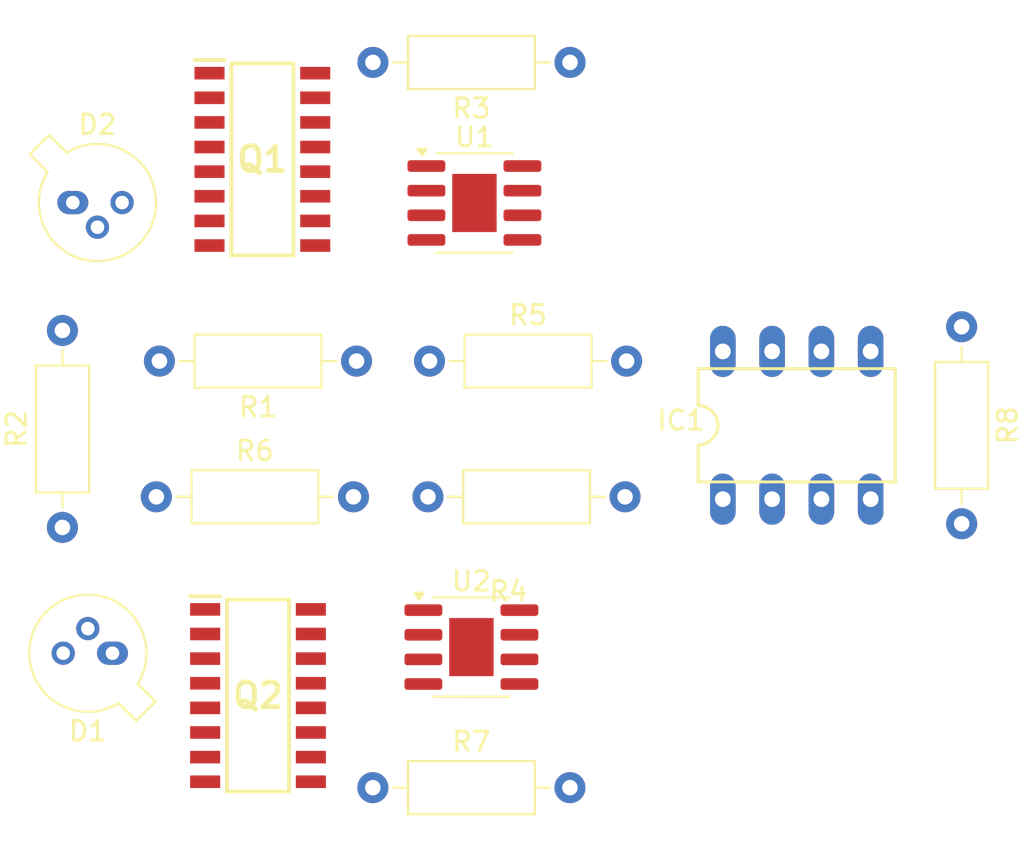
<source format=kicad_pcb>
(kicad_pcb (version 20240108) (generator "pcbnew") (generator_version "8.0")
  (layers (0 "F.Cu" signal) (31 "B.Cu" signal) (34 "B.Paste" user) (35 "F.Paste" user) (36 "B.SilkS" user "B.Silkscreen") (37 "F.SilkS" user "F.Silkscreen") (38 "B.Mask" user) (39 "F.Mask" user) (44 "Edge.Cuts" user))
  (net 0 "")
  (net 1 "+5V")
  (net 2 "Net-(D1-K)")
  (net 3 "GND")
  (net 4 "Net-(D2-K)")
  (net 5 "Net-(IC1-Pad2)")
  (net 6 "-5V")
  (net 9 "V_out")
  (net 10 "Net-(IC1-Pad3)")
  (net 11 "Net-(Q1-BASE_#2)")
  (net 12 "Net-(Q1-BASE_#1)")
  (net 13 "Net-(Q1-COLLECTOR_#3_1)")
  (net 14 "Net-(Q1-COLLECTOR_#4_1)")
  (net 15 "Net-(Q2-BASE_#1)")
  (net 16 "Net-(Q2-BASE_#2)")
  (net 17 "Net-(Q2-COLLECTOR_#4_1)")
  (net 18 "Net-(Q2-COLLECTOR_#3_1)")
  (net 19 "Net-(R3-Pad1)")
  (net 20 "Net-(U1--)")
  (net 21 "Net-(R4-Pad1)")
  (net 22 "Net-(U2--)")
  (footprint "Resistor_THT:R_Axial_DIN0207_L6.3mm_D2.5mm_P10.16mm_Horizontal" (layer "F.Cu") (at 164.93 75.23 -90)
    (property "Reference" "R8" (at 5.08 -2.37 90) (layer "F.SilkS"))
    (property "Value" "20k")
    (fp_line (start 1.81 1.37) (end 8.35 1.37) (stroke (width 0.12)) (layer "F.SilkS"))
    (fp_line (start 8.35 1.37) (end 8.35 -1.37) (stroke (width 0.12)) (layer "F.SilkS"))
    (fp_line (start 1.04 0) (end 1.81 0) (stroke (width 0.12)) (layer "F.SilkS"))
    (fp_line (start 9.12 0) (end 8.35 0) (stroke (width 0.12)) (layer "F.SilkS"))
    (fp_line (start 1.81 -1.37) (end 1.81 1.37) (stroke (width 0.12)) (layer "F.SilkS"))
    (fp_line (start 8.35 -1.37) (end 1.81 -1.37) (stroke (width 0.12)) (layer "F.SilkS"))
    (pad "1" thru_hole circle (at 0 0 270) (size 1.6 1.6) (drill 0.8) (layers "*.Cu" "*.Mask") (net 9 "V_out"))
    (pad "2" thru_hole oval (at 10.16 0 270) (size 1.6 1.6) (drill 0.8) (layers "*.Cu" "*.Mask") (net 5 "Net-(IC1-Pad2)"))
  )
  (footprint "Resistor_THT:R_Axial_DIN0207_L6.3mm_D2.5mm_P10.16mm_Horizontal" (layer "F.Cu") (at 144.745 61.595 180)
    (property "Reference" "R3" (at 5.08 -2.37 0) (layer "F.SilkS"))
    (property "Value" "20k")
    (fp_line (start 9.12 0) (end 8.35 0) (stroke (width 0.12)) (layer "F.SilkS"))
    (fp_line (start 8.35 1.37) (end 8.35 -1.37) (stroke (width 0.12)) (layer "F.SilkS"))
    (fp_line (start 8.35 -1.37) (end 1.81 -1.37) (stroke (width 0.12)) (layer "F.SilkS"))
    (fp_line (start 1.81 1.37) (end 8.35 1.37) (stroke (width 0.12)) (layer "F.SilkS"))
    (fp_line (start 1.81 -1.37) (end 1.81 1.37) (stroke (width 0.12)) (layer "F.SilkS"))
    (fp_line (start 1.04 0) (end 1.81 0) (stroke (width 0.12)) (layer "F.SilkS"))
    (pad "1" thru_hole circle (at 0 0 180) (size 1.6 1.6) (drill 0.8) (layers "*.Cu" "*.Mask") (net 19 "Net-(R3-Pad1)"))
    (pad "2" thru_hole oval (at 10.16 0 180) (size 1.6 1.6) (drill 0.8) (layers "*.Cu" "*.Mask") (net 20 "Net-(U1--)"))
  )
  (footprint "Resistor_THT:R_Axial_DIN0207_L6.3mm_D2.5mm_P10.16mm_Horizontal" (layer "F.Cu") (at 134.58 99)
    (property "Reference" "R7" (at 5.08 -2.37 0) (layer "F.SilkS"))
    (property "Value" "20k")
    (fp_line (start 1.04 0) (end 1.81 0) (stroke (width 0.12)) (layer "F.SilkS"))
    (fp_line (start 1.81 -1.37) (end 1.81 1.37) (stroke (width 0.12)) (layer "F.SilkS"))
    (fp_line (start 1.81 1.37) (end 8.35 1.37) (stroke (width 0.12)) (layer "F.SilkS"))
    (fp_line (start 8.35 -1.37) (end 1.81 -1.37) (stroke (width 0.12)) (layer "F.SilkS"))
    (fp_line (start 8.35 1.37) (end 8.35 -1.37) (stroke (width 0.12)) (layer "F.SilkS"))
    (fp_line (start 9.12 0) (end 8.35 0) (stroke (width 0.12)) (layer "F.SilkS"))
    (pad "1" thru_hole circle (at 0 0) (size 1.6 1.6) (drill 0.8) (layers "*.Cu" "*.Mask") (net 21 "Net-(R4-Pad1)"))
    (pad "2" thru_hole oval (at 10.16 0) (size 1.6 1.6) (drill 0.8) (layers "*.Cu" "*.Mask") (net 5 "Net-(IC1-Pad2)"))
  )
  (footprint "Package_SO:SOIC-8-1EP_3.9x4.9mm_P1.27mm_EP2.29x3mm" (layer "F.Cu") (at 139.815 68.845)
    (property "Reference" "U1" (at 0 -3.4 0) (layer "F.SilkS"))
    (property "Value" "ADA4898-1YRDZ")
    (fp_line (start 0 -2.56) (end -1.95 -2.56) (stroke (width 0.12)) (layer "F.SilkS"))
    (fp_line (start 0 -2.56) (end 1.95 -2.56) (stroke (width 0.12)) (layer "F.SilkS"))
    (fp_line (start 0 2.56) (end -1.95 2.56) (stroke (width 0.12)) (layer "F.SilkS"))
    (fp_line (start 0 2.56) (end 1.95 2.56) (stroke (width 0.12)) (layer "F.SilkS"))
    (fp_poly (pts (xy -2.7 -2.465) (xy -2.94 -2.795) (xy -2.46 -2.795) (xy -2.7 -2.465)) (stroke (width 0.12)) (fill solid) (layer "F.SilkS"))
    (pad "1" smd roundrect (at -2.475 -1.905) (size 1.95 0.6) (layers "F.Cu" "F.Paste" "F.Mask"))
    (pad "2" smd roundrect (at -2.475 -0.635) (size 1.95 0.6) (layers "F.Cu" "F.Paste" "F.Mask") (net 20 "Net-(U1--)"))
    (pad "3" smd roundrect (at -2.475 0.635) (size 1.95 0.6) (layers "F.Cu" "F.Paste" "F.Mask") (net 13 "Net-(Q1-COLLECTOR_#3_1)"))
    (pad "4" smd roundrect (at -2.475 1.905) (size 1.95 0.6) (layers "F.Cu" "F.Paste" "F.Mask") (net 6 "-5V"))
    (pad "5" smd roundrect (at 2.475 1.905) (size 1.95 0.6) (layers "F.Cu" "F.Paste" "F.Mask"))
    (pad "6" smd roundrect (at 2.475 0.635) (size 1.95 0.6) (layers "F.Cu" "F.Paste" "F.Mask") (net 19 "Net-(R3-Pad1)"))
    (pad "7" smd roundrect (at 2.475 -0.635) (size 1.95 0.6) (layers "F.Cu" "F.Paste" "F.Mask") (net 1 "+5V"))
    (pad "8" smd roundrect (at 2.475 -1.905) (size 1.95 0.6) (layers "F.Cu" "F.Paste" "F.Mask"))
    (pad "9" smd rect (at 0 0) (size 2.29 3) (property pad_prop_heatsink) (layers "F.Cu" "F.Mask"))
  )
  (footprint "Resistor_THT:R_Axial_DIN0207_L6.3mm_D2.5mm_P10.16mm_Horizontal" (layer "F.Cu") (at 118.58 85.58 90)
    (property "Reference" "R2" (at 5.08 -2.37 90) (layer "F.SilkS"))
    (property "Value" "20k")
    (fp_line (start 8.35 -1.37) (end 1.81 -1.37) (stroke (width 0.12)) (layer "F.SilkS"))
    (fp_line (start 1.81 -1.37) (end 1.81 1.37) (stroke (width 0.12)) (layer "F.SilkS"))
    (fp_line (start 9.12 0) (end 8.35 0) (stroke (width 0.12)) (layer "F.SilkS"))
    (fp_line (start 1.04 0) (end 1.81 0) (stroke (width 0.12)) (layer "F.SilkS"))
    (fp_line (start 8.35 1.37) (end 8.35 -1.37) (stroke (width 0.12)) (layer "F.SilkS"))
    (fp_line (start 1.81 1.37) (end 8.35 1.37) (stroke (width 0.12)) (layer "F.SilkS"))
    (pad "1" thru_hole circle (at 0 0 90) (size 1.6 1.6) (drill 0.8) (layers "*.Cu" "*.Mask") (net 17 "Net-(Q2-COLLECTOR_#4_1)"))
    (pad "2" thru_hole oval (at 10.16 0 90) (size 1.6 1.6) (drill 0.8) (layers "*.Cu" "*.Mask") (net 3 "GND"))
  )
  (footprint "Resistor_THT:R_Axial_DIN0207_L6.3mm_D2.5mm_P10.16mm_Horizontal" (layer "F.Cu") (at 137.5 77)
    (property "Reference" "R5" (at 5.08 -2.37 0) (layer "F.SilkS"))
    (property "Value" "20k")
    (fp_line (start 1.04 0) (end 1.81 0) (stroke (width 0.12)) (layer "F.SilkS"))
    (fp_line (start 1.81 -1.37) (end 1.81 1.37) (stroke (width 0.12)) (layer "F.SilkS"))
    (fp_line (start 1.81 1.37) (end 8.35 1.37) (stroke (width 0.12)) (layer "F.SilkS"))
    (fp_line (start 8.35 -1.37) (end 1.81 -1.37) (stroke (width 0.12)) (layer "F.SilkS"))
    (fp_line (start 8.35 1.37) (end 8.35 -1.37) (stroke (width 0.12)) (layer "F.SilkS"))
    (fp_line (start 9.12 0) (end 8.35 0) (stroke (width 0.12)) (layer "F.SilkS"))
    (pad "1" thru_hole circle (at 0 0) (size 1.6 1.6) (drill 0.8) (layers "*.Cu" "*.Mask") (net 10 "Net-(IC1-Pad3)"))
    (pad "2" thru_hole oval (at 10.16 0) (size 1.6 1.6) (drill 0.8) (layers "*.Cu" "*.Mask") (net 19 "Net-(R3-Pad1)"))
  )
  (footprint "Package_TO_SOT_THT:TO-18-3" (layer "F.Cu") (at 121.16 92.065276 180)
    (property "Reference" "D1" (at 1.27 -4.02 0) (layer "F.SilkS"))
    (property "Value" "S5971")
    (fp_line (start -0.312331 -2.572281) (end -1.224499 -3.484448) (stroke (width 0.12)) (layer "F.SilkS"))
    (fp_line (start -1.224499 -3.484448) (end -2.214448 -2.494499) (stroke (width 0.12)) (layer "F.SilkS"))
    (fp_line (start -2.214448 -2.494499) (end -1.302281 -1.582331) (stroke (width 0.12)) (layer "F.SilkS"))
    (fp_arc (start -0.312331 -2.572281) (mid 3.405463 2.135463) (end -1.302281 -1.582331) (stroke (width 0.12)) (layer "F.SilkS"))
    (pad "1" thru_hole oval (at 0 0 180) (size 1.6 1.2) (drill 0.7) (layers "*.Cu" "*.Mask") (net 2 "Net-(D1-K)"))
    (pad "2" thru_hole circle (at 1.27 1.27 180) (size 1.2 1.2) (drill 0.7) (layers "*.Cu" "*.Mask") (net 3 "GND"))
    (pad "3" thru_hole circle (at 2.54 0 180) (size 1.2 1.2) (drill 0.7) (layers "*.Cu" "*.Mask") (net 1 "+5V"))
  )
  (footprint "Senior Design:SOIC127P600X175-16N" (layer "F.Cu") (at 128.885 66.595)
    (property "Reference" "Q1" (at 0 0 0) (layer "F.SilkS") (effects (font (size 1.27 1.27) (thickness 0.254))))
    (property "Value" "MMPQ3904" (hide yes))
    (fp_line (start -3.5 -5.12) (end -1.95 -5.12) (stroke (width 0.2)) (layer "F.SilkS"))
    (fp_line (start -1.6 -4.95) (end 1.6 -4.95) (stroke (width 0.2)) (layer "F.SilkS"))
    (fp_line (start -1.6 4.95) (end -1.6 -4.95) (stroke (width 0.2)) (layer "F.SilkS"))
    (fp_line (start 1.6 -4.95) (end 1.6 4.95) (stroke (width 0.2)) (layer "F.SilkS"))
    (fp_line (start 1.6 4.95) (end -1.6 4.95) (stroke (width 0.2)) (layer "F.SilkS"))
    (pad "1" smd rect (at -2.725 -4.445 90) (size 0.65 1.55) (layers "F.Cu" "F.Paste" "F.Mask") (net 11 "Net-(Q1-BASE_#2)"))
    (pad "2" smd rect (at -2.725 -3.175 90) (size 0.65 1.55) (layers "F.Cu" "F.Paste" "F.Mask") (net 11 "Net-(Q1-BASE_#2)"))
    (pad "3" smd rect (at -2.725 -1.905 90) (size 0.65 1.55) (layers "F.Cu" "F.Paste" "F.Mask") (net 4 "Net-(D2-K)"))
    (pad "4" smd rect (at -2.725 -0.635 90) (size 0.65 1.55) (layers "F.Cu" "F.Paste" "F.Mask") (net 4 "Net-(D2-K)"))
    (pad "5" smd rect (at -2.725 0.635 90) (size 0.65 1.55) (layers "F.Cu" "F.Paste" "F.Mask") (net 13 "Net-(Q1-COLLECTOR_#3_1)"))
    (pad "6" smd rect (at -2.725 1.905 90) (size 0.65 1.55) (layers "F.Cu" "F.Paste" "F.Mask") (net 13 "Net-(Q1-COLLECTOR_#3_1)"))
    (pad "7" smd rect (at -2.725 3.175 90) (size 0.65 1.55) (layers "F.Cu" "F.Paste" "F.Mask") (net 14 "Net-(Q1-COLLECTOR_#4_1)"))
    (pad "8" smd rect (at -2.725 4.445 90) (size 0.65 1.55) (layers "F.Cu" "F.Paste" "F.Mask") (net 14 "Net-(Q1-COLLECTOR_#4_1)"))
    (pad "9" smd rect (at 2.725 4.445 90) (size 0.65 1.55) (layers "F.Cu" "F.Paste" "F.Mask") (net 12 "Net-(Q1-BASE_#1)"))
    (pad "10" smd rect (at 2.725 3.175 90) (size 0.65 1.55) (layers "F.Cu" "F.Paste" "F.Mask") (net 6 "-5V"))
    (pad "11" smd rect (at 2.725 1.905 90) (size 0.65 1.55) (layers "F.Cu" "F.Paste" "F.Mask") (net 12 "Net-(Q1-BASE_#1)"))
    (pad "12" smd rect (at 2.725 0.635 90) (size 0.65 1.55) (layers "F.Cu" "F.Paste" "F.Mask") (net 6 "-5V"))
    (pad "13" smd rect (at 2.725 -0.635 90) (size 0.65 1.55) (layers "F.Cu" "F.Paste" "F.Mask") (net 11 "Net-(Q1-BASE_#2)"))
    (pad "14" smd rect (at 2.725 -1.905 90) (size 0.65 1.55) (layers "F.Cu" "F.Paste" "F.Mask") (net 12 "Net-(Q1-BASE_#1)"))
    (pad "15" smd rect (at 2.725 -3.175 90) (size 0.65 1.55) (layers "F.Cu" "F.Paste" "F.Mask") (net 12 "Net-(Q1-BASE_#1)"))
    (pad "16" smd rect (at 2.725 -4.445 90) (size 0.65 1.55) (layers "F.Cu" "F.Paste" "F.Mask") (net 6 "-5V"))
  )
  (footprint "Senior Design:SOIC127P600X175-16N" (layer "F.Cu") (at 128.66 94.25)
    (property "Reference" "Q2" (at 0 0 0) (layer "F.SilkS") (effects (font (size 1.27 1.27) (thickness 0.254))))
    (property "Value" "MMPQ3904" (hide yes))
    (fp_line (start -3.5 -5.12) (end -1.95 -5.12) (stroke (width 0.2)) (layer "F.SilkS"))
    (fp_line (start -1.6 -4.95) (end 1.6 -4.95) (stroke (width 0.2)) (layer "F.SilkS"))
    (fp_line (start -1.6 4.95) (end -1.6 -4.95) (stroke (width 0.2)) (layer "F.SilkS"))
    (fp_line (start 1.6 -4.95) (end 1.6 4.95) (stroke (width 0.2)) (layer "F.SilkS"))
    (fp_line (start 1.6 4.95) (end -1.6 4.95) (stroke (width 0.2)) (layer "F.SilkS"))
    (pad "1" smd rect (at -2.725 -4.445 90) (size 0.65 1.55) (layers "F.Cu" "F.Paste" "F.Mask") (net 16 "Net-(Q2-BASE_#2)"))
    (pad "2" smd rect (at -2.725 -3.175 90) (size 0.65 1.55) (layers "F.Cu" "F.Paste" "F.Mask") (net 16 "Net-(Q2-BASE_#2)"))
    (pad "3" smd rect (at -2.725 -1.905 90) (size 0.65 1.55) (layers "F.Cu" "F.Paste" "F.Mask") (net 2 "Net-(D1-K)"))
    (pad "4" smd rect (at -2.725 -0.635 90) (size 0.65 1.55) (layers "F.Cu" "F.Paste" "F.Mask") (net 2 "Net-(D1-K)"))
    (pad "5" smd rect (at -2.725 0.635 90) (size 0.65 1.55) (layers "F.Cu" "F.Paste" "F.Mask") (net 18 "Net-(Q2-COLLECTOR_#3_1)"))
    (pad "6" smd rect (at -2.725 1.905 90) (size 0.65 1.55) (layers "F.Cu" "F.Paste" "F.Mask") (net 18 "Net-(Q2-COLLECTOR_#3_1)"))
    (pad "7" smd rect (at -2.725 3.175 90) (size 0.65 1.55) (layers "F.Cu" "F.Paste" "F.Mask") (net 17 "Net-(Q2-COLLECTOR_#4_1)"))
    (pad "8" smd rect (at -2.725 4.445 90) (size 0.65 1.55) (layers "F.Cu" "F.Paste" "F.Mask") (net 17 "Net-(Q2-COLLECTOR_#4_1)"))
    (pad "9" smd rect (at 2.725 4.445 90) (size 0.65 1.55) (layers "F.Cu" "F.Paste" "F.Mask") (net 15 "Net-(Q2-BASE_#1)"))
    (pad "10" smd rect (at 2.725 3.175 90) (size 0.65 1.55) (layers "F.Cu" "F.Paste" "F.Mask") (net 6 "-5V"))
    (pad "11" smd rect (at 2.725 1.905 90) (size 0.65 1.55) (layers "F.Cu" "F.Paste" "F.Mask") (net 15 "Net-(Q2-BASE_#1)"))
    (pad "12" smd rect (at 2.725 0.635 90) (size 0.65 1.55) (layers "F.Cu" "F.Paste" "F.Mask") (net 6 "-5V"))
    (pad "13" smd rect (at 2.725 -0.635 90) (size 0.65 1.55) (layers "F.Cu" "F.Paste" "F.Mask") (net 16 "Net-(Q2-BASE_#2)"))
    (pad "14" smd rect (at 2.725 -1.905 90) (size 0.65 1.55) (layers "F.Cu" "F.Paste" "F.Mask") (net 15 "Net-(Q2-BASE_#1)"))
    (pad "15" smd rect (at 2.725 -3.175 90) (size 0.65 1.55) (layers "F.Cu" "F.Paste" "F.Mask") (net 15 "Net-(Q2-BASE_#1)"))
    (pad "16" smd rect (at 2.725 -4.445 90) (size 0.65 1.55) (layers "F.Cu" "F.Paste" "F.Mask") (net 6 "-5V"))
  )
  (footprint "Senior Design:DIL08" (layer "F.Cu") (at 156.43 80.31)
    (property "Reference" "IC1" (at -5.969 -0.254 0) (layer "F.SilkS"))
    (property "Value" "OP27")
    (fp_line (start -5.08 -2.921) (end -5.08 -1.016) (stroke (width 0.1524)) (layer "F.SilkS"))
    (fp_line (start -5.08 2.921) (end -5.08 1.016) (stroke (width 0.1524)) (layer "F.SilkS"))
    (fp_line (start -5.08 2.921) (end 5.08 2.921) (stroke (width 0.1524)) (layer "F.SilkS"))
    (fp_line (start 5.08 -2.921) (end -5.08 -2.921) (stroke (width 0.1524)) (layer "F.SilkS"))
    (fp_line (start 5.08 -2.921) (end 5.08 2.921) (stroke (width 0.1524)) (layer "F.SilkS"))
    (fp_arc (start -5.08 -1.016) (mid -4.064 0) (end -5.08 1.016) (stroke (width 0.1524)) (layer "F.SilkS"))
    (pad "1" thru_hole oval (at -3.81 3.81) (size 1.3208 2.6416) (drill 0.8128) (layers "*.Cu" "*.Mask"))
    (pad "2" thru_hole oval (at -1.27 3.81) (size 1.3208 2.6416) (drill 0.8128) (layers "*.Cu" "*.Mask") (net 5 "Net-(IC1-Pad2)"))
    (pad "3" thru_hole oval (at 1.27 3.81) (size 1.3208 2.6416) (drill 0.8128) (layers "*.Cu" "*.Mask") (net 10 "Net-(IC1-Pad3)"))
    (pad "4" thru_hole oval (at 3.81 3.81) (size 1.3208 2.6416) (drill 0.8128) (layers "*.Cu" "*.Mask") (net 6 "-5V"))
    (pad "5" thru_hole oval (at 3.81 -3.81) (size 1.3208 2.6416) (drill 0.8128) (layers "*.Cu" "*.Mask"))
    (pad "6" thru_hole oval (at 1.27 -3.81) (size 1.3208 2.6416) (drill 0.8128) (layers "*.Cu" "*.Mask") (net 9 "V_out"))
    (pad "7" thru_hole oval (at -1.27 -3.81) (size 1.3208 2.6416) (drill 0.8128) (layers "*.Cu" "*.Mask") (net 1 "+5V"))
    (pad "8" thru_hole oval (at -3.81 -3.81) (size 1.3208 2.6416) (drill 0.8128) (layers "*.Cu" "*.Mask"))
  )
  (footprint "Package_TO_SOT_THT:TO-18-3" (layer "F.Cu") (at 119.115 68.825)
    (property "Reference" "D2" (at 1.27 -4.02 360) (layer "F.SilkS"))
    (property "Value" "S5971")
    (fp_line (start -2.214448 -2.494499) (end -1.302281 -1.582331) (stroke (width 0.12)) (layer "F.SilkS"))
    (fp_line (start -1.224499 -3.484448) (end -2.214448 -2.494499) (stroke (width 0.12)) (layer "F.SilkS"))
    (fp_line (start -0.312331 -2.572281) (end -1.224499 -3.484448) (stroke (width 0.12)) (layer "F.SilkS"))
    (fp_arc (start -0.312331 -2.572281) (mid 3.405463 2.135463) (end -1.302281 -1.582331) (stroke (width 0.12)) (layer "F.SilkS"))
    (pad "1" thru_hole oval (at 0 0) (size 1.6 1.2) (drill 0.7) (layers "*.Cu" "*.Mask") (net 4 "Net-(D2-K)"))
    (pad "2" thru_hole circle (at 1.27 1.27) (size 1.2 1.2) (drill 0.7) (layers "*.Cu" "*.Mask") (net 3 "GND"))
    (pad "3" thru_hole circle (at 2.54 0) (size 1.2 1.2) (drill 0.7) (layers "*.Cu" "*.Mask") (net 1 "+5V"))
  )
  (footprint "Resistor_THT:R_Axial_DIN0207_L6.3mm_D2.5mm_P10.16mm_Horizontal" (layer "F.Cu") (at 147.58 84 180)
    (property "Reference" "R4" (at 6.01 -4.87 0) (layer "F.SilkS"))
    (property "Value" "20k")
    (fp_line (start 9.12 0) (end 8.35 0) (stroke (width 0.12)) (layer "F.SilkS"))
    (fp_line (start 8.35 1.37) (end 8.35 -1.37) (stroke (width 0.12)) (layer "F.SilkS"))
    (fp_line (start 8.35 -1.37) (end 1.81 -1.37) (stroke (width 0.12)) (layer "F.SilkS"))
    (fp_line (start 1.81 1.37) (end 8.35 1.37) (stroke (width 0.12)) (layer "F.SilkS"))
    (fp_line (start 1.81 -1.37) (end 1.81 1.37) (stroke (width 0.12)) (layer "F.SilkS"))
    (fp_line (start 1.04 0) (end 1.81 0) (stroke (width 0.12)) (layer "F.SilkS"))
    (pad "1" thru_hole circle (at 0 0 180) (size 1.6 1.6) (drill 0.8) (layers "*.Cu" "*.Mask") (net 21 "Net-(R4-Pad1)"))
    (pad "2" thru_hole oval (at 10.16 0 180) (size 1.6 1.6) (drill 0.8) (layers "*.Cu" "*.Mask") (net 22 "Net-(U2--)"))
  )
  (footprint "Resistor_THT:R_Axial_DIN0207_L6.3mm_D2.5mm_P10.16mm_Horizontal" (layer "F.Cu") (at 123.42 84)
    (property "Reference" "R6" (at 5.08 -2.37 0) (layer "F.SilkS"))
    (property "Value" "20k")
    (fp_line (start 1.04 0) (end 1.81 0) (stroke (width 0.12)) (layer "F.SilkS"))
    (fp_line (start 1.81 -1.37) (end 1.81 1.37) (stroke (width 0.12)) (layer "F.SilkS"))
    (fp_line (start 1.81 1.37) (end 8.35 1.37) (stroke (width 0.12)) (layer "F.SilkS"))
    (fp_line (start 8.35 -1.37) (end 1.81 -1.37) (stroke (width 0.12)) (layer "F.SilkS"))
    (fp_line (start 8.35 1.37) (end 8.35 -1.37) (stroke (width 0.12)) (layer "F.SilkS"))
    (fp_line (start 9.12 0) (end 8.35 0) (stroke (width 0.12)) (layer "F.SilkS"))
    (pad "1" thru_hole circle (at 0 0) (size 1.6 1.6) (drill 0.8) (layers "*.Cu" "*.Mask") (net 3 "GND"))
    (pad "2" thru_hole oval (at 10.16 0) (size 1.6 1.6) (drill 0.8) (layers "*.Cu" "*.Mask") (net 10 "Net-(IC1-Pad3)"))
  )
  (footprint "Package_SO:SOIC-8-1EP_3.9x4.9mm_P1.27mm_EP2.29x3mm" (layer "F.Cu") (at 139.66 91.75)
    (property "Reference" "U2" (at 0 -3.4 0) (layer "F.SilkS"))
    (property "Value" "ADA4898-1YRDZ")
    (fp_line (start 0 -2.56) (end -1.95 -2.56) (stroke (width 0.12)) (layer "F.SilkS"))
    (fp_line (start 0 -2.56) (end 1.95 -2.56) (stroke (width 0.12)) (layer "F.SilkS"))
    (fp_line (start 0 2.56) (end -1.95 2.56) (stroke (width 0.12)) (layer "F.SilkS"))
    (fp_line (start 0 2.56) (end 1.95 2.56) (stroke (width 0.12)) (layer "F.SilkS"))
    (fp_poly (pts (xy -2.7 -2.465) (xy -2.94 -2.795) (xy -2.46 -2.795) (xy -2.7 -2.465)) (stroke (width 0.12)) (fill solid) (layer "F.SilkS"))
    (pad "1" smd roundrect (at -2.475 -1.905) (size 1.95 0.6) (layers "F.Cu" "F.Paste" "F.Mask"))
    (pad "2" smd roundrect (at -2.475 -0.635) (size 1.95 0.6) (layers "F.Cu" "F.Paste" "F.Mask") (net 22 "Net-(U2--)"))
    (pad "3" smd roundrect (at -2.475 0.635) (size 1.95 0.6) (layers "F.Cu" "F.Paste" "F.Mask") (net 18 "Net-(Q2-COLLECTOR_#3_1)"))
    (pad "4" smd roundrect (at -2.475 1.905) (size 1.95 0.6) (layers "F.Cu" "F.Paste" "F.Mask") (net 6 "-5V"))
    (pad "5" smd roundrect (at 2.475 1.905) (size 1.95 0.6) (layers "F.Cu" "F.Paste" "F.Mask"))
    (pad "6" smd roundrect (at 2.475 0.635) (size 1.95 0.6) (layers "F.Cu" "F.Paste" "F.Mask") (net 21 "Net-(R4-Pad1)"))
    (pad "7" smd roundrect (at 2.475 -0.635) (size 1.95 0.6) (layers "F.Cu" "F.Paste" "F.Mask") (net 1 "+5V"))
    (pad "8" smd roundrect (at 2.475 -1.905) (size 1.95 0.6) (layers "F.Cu" "F.Paste" "F.Mask"))
    (pad "9" smd rect (at 0 0) (size 2.29 3) (property pad_prop_heatsink) (layers "F.Cu" "F.Mask"))
  )
  (footprint "Resistor_THT:R_Axial_DIN0207_L6.3mm_D2.5mm_P10.16mm_Horizontal" (layer "F.Cu") (at 133.74 77 180)
    (property "Reference" "R1" (at 5.08 -2.37 0) (layer "F.SilkS"))
    (property "Value" "20k")
    (fp_line (start 9.12 0) (end 8.35 0) (stroke (width 0.12)) (layer "F.SilkS"))
    (fp_line (start 8.35 1.37) (end 8.35 -1.37) (stroke (width 0.12)) (layer "F.SilkS"))
    (fp_line (start 8.35 -1.37) (end 1.81 -1.37) (stroke (width 0.12)) (layer "F.SilkS"))
    (fp_line (start 1.81 1.37) (end 8.35 1.37) (stroke (width 0.12)) (layer "F.SilkS"))
    (fp_line (start 1.81 -1.37) (end 1.81 1.37) (stroke (width 0.12)) (layer "F.SilkS"))
    (fp_line (start 1.04 0) (end 1.81 0) (stroke (width 0.12)) (layer "F.SilkS"))
    (pad "1" thru_hole circle (at 0 0 180) (size 1.6 1.6) (drill 0.8) (layers "*.Cu" "*.Mask") (net 14 "Net-(Q1-COLLECTOR_#4_1)"))
    (pad "2" thru_hole oval (at 10.16 0 180) (size 1.6 1.6) (drill 0.8) (layers "*.Cu" "*.Mask") (net 3 "GND"))
  )
)
</source>
